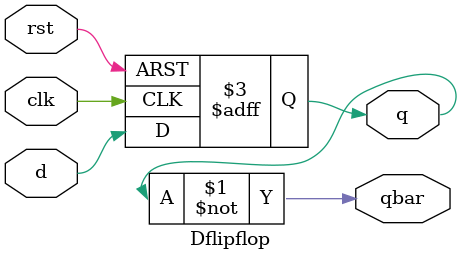
<source format=v>
module Dflipflop(d, clk, rst, q, qbar);
  input d, clk, rst;
  output q, qbar;
  reg q;
  wire qbar;
  assign qbar = ~q;
  always @(posedge clk or posedge rst)
    begin
      if(rst)
        q <= 1'b0;
      else
        q <= d;
    end
endmodule
</source>
